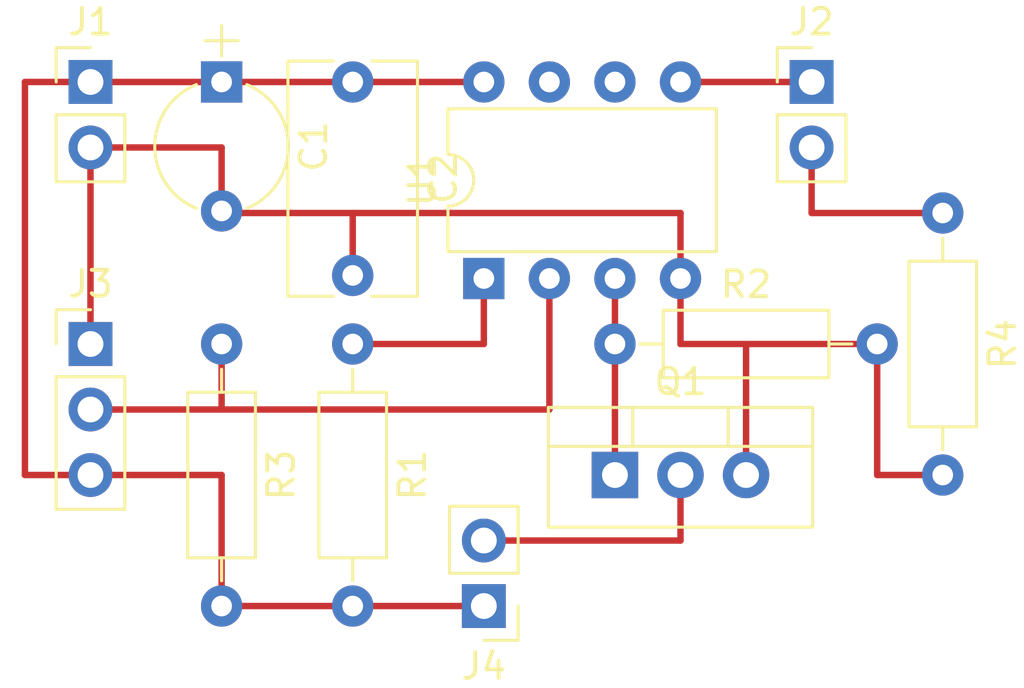
<source format=kicad_pcb>
(kicad_pcb (version 4) (host pcbnew 4.0.6)

  (general
    (links 22)
    (no_connects 0)
    (area 120.879048 90.675 160.865 117.705)
    (thickness 1.6)
    (drawings 0)
    (tracks 37)
    (zones 0)
    (modules 12)
    (nets 11)
  )

  (page USLetter)
  (layers
    (0 F.Cu signal)
    (31 B.Cu signal)
    (32 B.Adhes user)
    (33 F.Adhes user)
    (34 B.Paste user)
    (35 F.Paste user)
    (36 B.SilkS user)
    (37 F.SilkS user)
    (38 B.Mask user)
    (39 F.Mask user)
    (40 Dwgs.User user)
    (41 Cmts.User user)
    (42 Eco1.User user)
    (43 Eco2.User user)
    (44 Edge.Cuts user)
    (45 Margin user)
    (46 B.CrtYd user)
    (47 F.CrtYd user)
    (48 B.Fab user)
    (49 F.Fab user)
  )

  (setup
    (last_trace_width 0.25)
    (trace_clearance 0.2)
    (zone_clearance 0.508)
    (zone_45_only no)
    (trace_min 0.2)
    (segment_width 0.2)
    (edge_width 0.1)
    (via_size 0.6)
    (via_drill 0.4)
    (via_min_size 0.4)
    (via_min_drill 0.3)
    (uvia_size 0.3)
    (uvia_drill 0.1)
    (uvias_allowed no)
    (uvia_min_size 0.2)
    (uvia_min_drill 0.1)
    (pcb_text_width 0.3)
    (pcb_text_size 1.5 1.5)
    (mod_edge_width 0.15)
    (mod_text_size 1 1)
    (mod_text_width 0.15)
    (pad_size 1.5 1.5)
    (pad_drill 0.6)
    (pad_to_mask_clearance 0)
    (aux_axis_origin 0 0)
    (visible_elements FFFFFF7F)
    (pcbplotparams
      (layerselection 0x00030_80000001)
      (usegerberextensions false)
      (excludeedgelayer true)
      (linewidth 0.100000)
      (plotframeref false)
      (viasonmask false)
      (mode 1)
      (useauxorigin false)
      (hpglpennumber 1)
      (hpglpenspeed 20)
      (hpglpendiameter 15)
      (hpglpenoverlay 2)
      (psnegative false)
      (psa4output false)
      (plotreference true)
      (plotvalue true)
      (plotinvisibletext false)
      (padsonsilk false)
      (subtractmaskfromsilk false)
      (outputformat 5)
      (mirror false)
      (drillshape 0)
      (scaleselection 1)
      (outputdirectory ""))
  )

  (net 0 "")
  (net 1 /VCC)
  (net 2 GND)
  (net 3 "Net-(J2-Pad1)")
  (net 4 "Net-(J2-Pad2)")
  (net 5 "Net-(J3-Pad2)")
  (net 6 "Net-(J4-Pad2)")
  (net 7 "Net-(Q1-Pad1)")
  (net 8 "Net-(R1-Pad1)")
  (net 9 "Net-(U1-Pad6)")
  (net 10 "Net-(U1-Pad7)")

  (net_class Default "This is the default net class."
    (clearance 0.2)
    (trace_width 0.25)
    (via_dia 0.6)
    (via_drill 0.4)
    (uvia_dia 0.3)
    (uvia_drill 0.1)
    (add_net /VCC)
    (add_net GND)
    (add_net "Net-(J2-Pad1)")
    (add_net "Net-(J2-Pad2)")
    (add_net "Net-(J3-Pad2)")
    (add_net "Net-(J4-Pad2)")
    (add_net "Net-(Q1-Pad1)")
    (add_net "Net-(R1-Pad1)")
    (add_net "Net-(U1-Pad6)")
    (add_net "Net-(U1-Pad7)")
  )

  (module Capacitors_THT:CP_Radial_Tantal_D5.0mm_P5.00mm (layer F.Cu) (tedit 5920C257) (tstamp 5923B5AD)
    (at 129.54 93.98 270)
    (descr "CP, Radial_Tantal series, Radial, pin pitch=5.00mm, , diameter=5.0mm, Tantal Electrolytic Capacitor, http://cdn-reichelt.de/documents/datenblatt/B300/TANTAL-TB-Serie%23.pdf")
    (tags "CP Radial_Tantal series Radial pin pitch 5.00mm  diameter 5.0mm Tantal Electrolytic Capacitor")
    (path /592301F6)
    (fp_text reference C1 (at 2.5 -3.56 270) (layer F.SilkS)
      (effects (font (size 1 1) (thickness 0.15)))
    )
    (fp_text value 1uF (at 2.5 3.56 270) (layer F.Fab)
      (effects (font (size 1 1) (thickness 0.15)))
    )
    (fp_text user %R (at 1.4 0 270) (layer F.Fab)
      (effects (font (size 1 1) (thickness 0.15)))
    )
    (fp_line (start -2.2 0) (end -1 0) (layer F.Fab) (width 0.1))
    (fp_line (start -1.6 -0.65) (end -1.6 0.65) (layer F.Fab) (width 0.1))
    (fp_line (start -2.2 0) (end -1 0) (layer F.SilkS) (width 0.12))
    (fp_line (start -1.6 -0.65) (end -1.6 0.65) (layer F.SilkS) (width 0.12))
    (fp_line (start -1.05 -2.85) (end -1.05 2.85) (layer F.CrtYd) (width 0.05))
    (fp_line (start -1.05 2.85) (end 6.05 2.85) (layer F.CrtYd) (width 0.05))
    (fp_line (start 6.05 2.85) (end 6.05 -2.85) (layer F.CrtYd) (width 0.05))
    (fp_line (start 6.05 -2.85) (end -1.05 -2.85) (layer F.CrtYd) (width 0.05))
    (fp_circle (center 2.5 0) (end 5 0) (layer F.Fab) (width 0.1))
    (fp_arc (start 2.5 0) (end 0.102564 -0.98) (angle 135.5) (layer F.SilkS) (width 0.12))
    (fp_arc (start 2.5 0) (end 0.102564 0.98) (angle -135.5) (layer F.SilkS) (width 0.12))
    (pad 1 thru_hole rect (at 0 0 270) (size 1.6 1.6) (drill 0.8) (layers *.Cu *.Mask)
      (net 1 /VCC))
    (pad 2 thru_hole circle (at 5 0 270) (size 1.6 1.6) (drill 0.8) (layers *.Cu *.Mask)
      (net 2 GND))
    (model ${KISYS3DMOD}/Capacitors_THT.3dshapes/CP_Radial_Tantal_D5.0mm_P5.00mm.wrl
      (at (xyz 0 0 0))
      (scale (xyz 0.393701 0.393701 0.393701))
      (rotate (xyz 0 0 0))
    )
  )

  (module Capacitors_THT:C_Rect_L9.0mm_W4.9mm_P7.50mm_MKT (layer F.Cu) (tedit 5920C257) (tstamp 5923B5B3)
    (at 134.62 93.98 270)
    (descr "C, Rect series, Radial, pin pitch=7.50mm, , length*width=9*4.9mm^2, Capacitor, https://en.tdk.eu/inf/20/20/db/fc_2009/MKT_B32560_564.pdf")
    (tags "C Rect series Radial pin pitch 7.50mm  length 9mm width 4.9mm Capacitor")
    (path /592301B1)
    (fp_text reference C2 (at 3.75 -3.51 270) (layer F.SilkS)
      (effects (font (size 1 1) (thickness 0.15)))
    )
    (fp_text value 0.1uF (at 3.75 3.51 270) (layer F.Fab)
      (effects (font (size 1 1) (thickness 0.15)))
    )
    (fp_text user %R (at 3.75 0 270) (layer F.Fab)
      (effects (font (size 1 1) (thickness 0.15)))
    )
    (fp_line (start -0.75 -2.45) (end -0.75 2.45) (layer F.Fab) (width 0.1))
    (fp_line (start -0.75 2.45) (end 8.25 2.45) (layer F.Fab) (width 0.1))
    (fp_line (start 8.25 2.45) (end 8.25 -2.45) (layer F.Fab) (width 0.1))
    (fp_line (start 8.25 -2.45) (end -0.75 -2.45) (layer F.Fab) (width 0.1))
    (fp_line (start -0.81 -2.51) (end 8.31 -2.51) (layer F.SilkS) (width 0.12))
    (fp_line (start -0.81 2.51) (end 8.31 2.51) (layer F.SilkS) (width 0.12))
    (fp_line (start -0.81 -2.51) (end -0.81 -0.75) (layer F.SilkS) (width 0.12))
    (fp_line (start -0.81 0.75) (end -0.81 2.51) (layer F.SilkS) (width 0.12))
    (fp_line (start 8.31 -2.51) (end 8.31 -0.75) (layer F.SilkS) (width 0.12))
    (fp_line (start 8.31 0.75) (end 8.31 2.51) (layer F.SilkS) (width 0.12))
    (fp_line (start -1.1 -2.8) (end -1.1 2.8) (layer F.CrtYd) (width 0.05))
    (fp_line (start -1.1 2.8) (end 8.6 2.8) (layer F.CrtYd) (width 0.05))
    (fp_line (start 8.6 2.8) (end 8.6 -2.8) (layer F.CrtYd) (width 0.05))
    (fp_line (start 8.6 -2.8) (end -1.1 -2.8) (layer F.CrtYd) (width 0.05))
    (pad 1 thru_hole circle (at 0 0 270) (size 1.6 1.6) (drill 0.8) (layers *.Cu *.Mask)
      (net 1 /VCC))
    (pad 2 thru_hole circle (at 7.5 0 270) (size 1.6 1.6) (drill 0.8) (layers *.Cu *.Mask)
      (net 2 GND))
    (model ${KISYS3DMOD}/Capacitors_THT.3dshapes/C_Rect_L9.0mm_W4.9mm_P7.50mm_MKT.wrl
      (at (xyz 0 0 0))
      (scale (xyz 0.393701 0.393701 0.393701))
      (rotate (xyz 0 0 0))
    )
  )

  (module Pin_Headers:Pin_Header_Straight_1x02_Pitch2.54mm (layer F.Cu) (tedit 58CD4EC1) (tstamp 5923B5B9)
    (at 124.46 93.98)
    (descr "Through hole straight pin header, 1x02, 2.54mm pitch, single row")
    (tags "Through hole pin header THT 1x02 2.54mm single row")
    (path /592292B1)
    (fp_text reference J1 (at 0 -2.33) (layer F.SilkS)
      (effects (font (size 1 1) (thickness 0.15)))
    )
    (fp_text value PWR (at 0 4.87) (layer F.Fab)
      (effects (font (size 1 1) (thickness 0.15)))
    )
    (fp_line (start -1.27 -1.27) (end -1.27 3.81) (layer F.Fab) (width 0.1))
    (fp_line (start -1.27 3.81) (end 1.27 3.81) (layer F.Fab) (width 0.1))
    (fp_line (start 1.27 3.81) (end 1.27 -1.27) (layer F.Fab) (width 0.1))
    (fp_line (start 1.27 -1.27) (end -1.27 -1.27) (layer F.Fab) (width 0.1))
    (fp_line (start -1.33 1.27) (end -1.33 3.87) (layer F.SilkS) (width 0.12))
    (fp_line (start -1.33 3.87) (end 1.33 3.87) (layer F.SilkS) (width 0.12))
    (fp_line (start 1.33 3.87) (end 1.33 1.27) (layer F.SilkS) (width 0.12))
    (fp_line (start 1.33 1.27) (end -1.33 1.27) (layer F.SilkS) (width 0.12))
    (fp_line (start -1.33 0) (end -1.33 -1.33) (layer F.SilkS) (width 0.12))
    (fp_line (start -1.33 -1.33) (end 0 -1.33) (layer F.SilkS) (width 0.12))
    (fp_line (start -1.8 -1.8) (end -1.8 4.35) (layer F.CrtYd) (width 0.05))
    (fp_line (start -1.8 4.35) (end 1.8 4.35) (layer F.CrtYd) (width 0.05))
    (fp_line (start 1.8 4.35) (end 1.8 -1.8) (layer F.CrtYd) (width 0.05))
    (fp_line (start 1.8 -1.8) (end -1.8 -1.8) (layer F.CrtYd) (width 0.05))
    (fp_text user %R (at 0 -2.33) (layer F.Fab)
      (effects (font (size 1 1) (thickness 0.15)))
    )
    (pad 1 thru_hole rect (at 0 0) (size 1.7 1.7) (drill 1) (layers *.Cu *.Mask)
      (net 1 /VCC))
    (pad 2 thru_hole oval (at 0 2.54) (size 1.7 1.7) (drill 1) (layers *.Cu *.Mask)
      (net 2 GND))
    (model ${KISYS3DMOD}/Pin_Headers.3dshapes/Pin_Header_Straight_1x02_Pitch2.54mm.wrl
      (at (xyz 0 -0.05 0))
      (scale (xyz 1 1 1))
      (rotate (xyz 0 0 90))
    )
  )

  (module Pin_Headers:Pin_Header_Straight_1x02_Pitch2.54mm (layer F.Cu) (tedit 58CD4EC1) (tstamp 5923B5BF)
    (at 152.4 93.98)
    (descr "Through hole straight pin header, 1x02, 2.54mm pitch, single row")
    (tags "Through hole pin header THT 1x02 2.54mm single row")
    (path /59229326)
    (fp_text reference J2 (at 0 -2.33) (layer F.SilkS)
      (effects (font (size 1 1) (thickness 0.15)))
    )
    (fp_text value LED (at 0 4.87) (layer F.Fab)
      (effects (font (size 1 1) (thickness 0.15)))
    )
    (fp_line (start -1.27 -1.27) (end -1.27 3.81) (layer F.Fab) (width 0.1))
    (fp_line (start -1.27 3.81) (end 1.27 3.81) (layer F.Fab) (width 0.1))
    (fp_line (start 1.27 3.81) (end 1.27 -1.27) (layer F.Fab) (width 0.1))
    (fp_line (start 1.27 -1.27) (end -1.27 -1.27) (layer F.Fab) (width 0.1))
    (fp_line (start -1.33 1.27) (end -1.33 3.87) (layer F.SilkS) (width 0.12))
    (fp_line (start -1.33 3.87) (end 1.33 3.87) (layer F.SilkS) (width 0.12))
    (fp_line (start 1.33 3.87) (end 1.33 1.27) (layer F.SilkS) (width 0.12))
    (fp_line (start 1.33 1.27) (end -1.33 1.27) (layer F.SilkS) (width 0.12))
    (fp_line (start -1.33 0) (end -1.33 -1.33) (layer F.SilkS) (width 0.12))
    (fp_line (start -1.33 -1.33) (end 0 -1.33) (layer F.SilkS) (width 0.12))
    (fp_line (start -1.8 -1.8) (end -1.8 4.35) (layer F.CrtYd) (width 0.05))
    (fp_line (start -1.8 4.35) (end 1.8 4.35) (layer F.CrtYd) (width 0.05))
    (fp_line (start 1.8 4.35) (end 1.8 -1.8) (layer F.CrtYd) (width 0.05))
    (fp_line (start 1.8 -1.8) (end -1.8 -1.8) (layer F.CrtYd) (width 0.05))
    (fp_text user %R (at 0 -2.33) (layer F.Fab)
      (effects (font (size 1 1) (thickness 0.15)))
    )
    (pad 1 thru_hole rect (at 0 0) (size 1.7 1.7) (drill 1) (layers *.Cu *.Mask)
      (net 3 "Net-(J2-Pad1)"))
    (pad 2 thru_hole oval (at 0 2.54) (size 1.7 1.7) (drill 1) (layers *.Cu *.Mask)
      (net 4 "Net-(J2-Pad2)"))
    (model ${KISYS3DMOD}/Pin_Headers.3dshapes/Pin_Header_Straight_1x02_Pitch2.54mm.wrl
      (at (xyz 0 -0.05 0))
      (scale (xyz 1 1 1))
      (rotate (xyz 0 0 90))
    )
  )

  (module Pin_Headers:Pin_Header_Straight_1x03_Pitch2.54mm (layer F.Cu) (tedit 58CD4EC1) (tstamp 5923B5C6)
    (at 124.46 104.14)
    (descr "Through hole straight pin header, 1x03, 2.54mm pitch, single row")
    (tags "Through hole pin header THT 1x03 2.54mm single row")
    (path /59229DFD)
    (fp_text reference J3 (at 0 -2.33) (layer F.SilkS)
      (effects (font (size 1 1) (thickness 0.15)))
    )
    (fp_text value DS18B20 (at 0 7.41) (layer F.Fab)
      (effects (font (size 1 1) (thickness 0.15)))
    )
    (fp_line (start -1.27 -1.27) (end -1.27 6.35) (layer F.Fab) (width 0.1))
    (fp_line (start -1.27 6.35) (end 1.27 6.35) (layer F.Fab) (width 0.1))
    (fp_line (start 1.27 6.35) (end 1.27 -1.27) (layer F.Fab) (width 0.1))
    (fp_line (start 1.27 -1.27) (end -1.27 -1.27) (layer F.Fab) (width 0.1))
    (fp_line (start -1.33 1.27) (end -1.33 6.41) (layer F.SilkS) (width 0.12))
    (fp_line (start -1.33 6.41) (end 1.33 6.41) (layer F.SilkS) (width 0.12))
    (fp_line (start 1.33 6.41) (end 1.33 1.27) (layer F.SilkS) (width 0.12))
    (fp_line (start 1.33 1.27) (end -1.33 1.27) (layer F.SilkS) (width 0.12))
    (fp_line (start -1.33 0) (end -1.33 -1.33) (layer F.SilkS) (width 0.12))
    (fp_line (start -1.33 -1.33) (end 0 -1.33) (layer F.SilkS) (width 0.12))
    (fp_line (start -1.8 -1.8) (end -1.8 6.85) (layer F.CrtYd) (width 0.05))
    (fp_line (start -1.8 6.85) (end 1.8 6.85) (layer F.CrtYd) (width 0.05))
    (fp_line (start 1.8 6.85) (end 1.8 -1.8) (layer F.CrtYd) (width 0.05))
    (fp_line (start 1.8 -1.8) (end -1.8 -1.8) (layer F.CrtYd) (width 0.05))
    (fp_text user %R (at 0 -2.33) (layer F.Fab)
      (effects (font (size 1 1) (thickness 0.15)))
    )
    (pad 1 thru_hole rect (at 0 0) (size 1.7 1.7) (drill 1) (layers *.Cu *.Mask)
      (net 2 GND))
    (pad 2 thru_hole oval (at 0 2.54) (size 1.7 1.7) (drill 1) (layers *.Cu *.Mask)
      (net 5 "Net-(J3-Pad2)"))
    (pad 3 thru_hole oval (at 0 5.08) (size 1.7 1.7) (drill 1) (layers *.Cu *.Mask)
      (net 1 /VCC))
    (model ${KISYS3DMOD}/Pin_Headers.3dshapes/Pin_Header_Straight_1x03_Pitch2.54mm.wrl
      (at (xyz 0 -0.1 0))
      (scale (xyz 1 1 1))
      (rotate (xyz 0 0 90))
    )
  )

  (module Pin_Headers:Pin_Header_Straight_1x02_Pitch2.54mm (layer F.Cu) (tedit 58CD4EC1) (tstamp 5923B5CC)
    (at 139.7 114.3 180)
    (descr "Through hole straight pin header, 1x02, 2.54mm pitch, single row")
    (tags "Through hole pin header THT 1x02 2.54mm single row")
    (path /5922937D)
    (fp_text reference J4 (at 0 -2.33 180) (layer F.SilkS)
      (effects (font (size 1 1) (thickness 0.15)))
    )
    (fp_text value Fan (at 0 4.87 180) (layer F.Fab)
      (effects (font (size 1 1) (thickness 0.15)))
    )
    (fp_line (start -1.27 -1.27) (end -1.27 3.81) (layer F.Fab) (width 0.1))
    (fp_line (start -1.27 3.81) (end 1.27 3.81) (layer F.Fab) (width 0.1))
    (fp_line (start 1.27 3.81) (end 1.27 -1.27) (layer F.Fab) (width 0.1))
    (fp_line (start 1.27 -1.27) (end -1.27 -1.27) (layer F.Fab) (width 0.1))
    (fp_line (start -1.33 1.27) (end -1.33 3.87) (layer F.SilkS) (width 0.12))
    (fp_line (start -1.33 3.87) (end 1.33 3.87) (layer F.SilkS) (width 0.12))
    (fp_line (start 1.33 3.87) (end 1.33 1.27) (layer F.SilkS) (width 0.12))
    (fp_line (start 1.33 1.27) (end -1.33 1.27) (layer F.SilkS) (width 0.12))
    (fp_line (start -1.33 0) (end -1.33 -1.33) (layer F.SilkS) (width 0.12))
    (fp_line (start -1.33 -1.33) (end 0 -1.33) (layer F.SilkS) (width 0.12))
    (fp_line (start -1.8 -1.8) (end -1.8 4.35) (layer F.CrtYd) (width 0.05))
    (fp_line (start -1.8 4.35) (end 1.8 4.35) (layer F.CrtYd) (width 0.05))
    (fp_line (start 1.8 4.35) (end 1.8 -1.8) (layer F.CrtYd) (width 0.05))
    (fp_line (start 1.8 -1.8) (end -1.8 -1.8) (layer F.CrtYd) (width 0.05))
    (fp_text user %R (at 0 -2.33 180) (layer F.Fab)
      (effects (font (size 1 1) (thickness 0.15)))
    )
    (pad 1 thru_hole rect (at 0 0 180) (size 1.7 1.7) (drill 1) (layers *.Cu *.Mask)
      (net 1 /VCC))
    (pad 2 thru_hole oval (at 0 2.54 180) (size 1.7 1.7) (drill 1) (layers *.Cu *.Mask)
      (net 6 "Net-(J4-Pad2)"))
    (model ${KISYS3DMOD}/Pin_Headers.3dshapes/Pin_Header_Straight_1x02_Pitch2.54mm.wrl
      (at (xyz 0 -0.05 0))
      (scale (xyz 1 1 1))
      (rotate (xyz 0 0 90))
    )
  )

  (module TO_SOT_Packages_THT:TO-220_Vertical (layer F.Cu) (tedit 58CE52AD) (tstamp 5923B5D3)
    (at 144.78 109.22)
    (descr "TO-220, Vertical, RM 2.54mm")
    (tags "TO-220 Vertical RM 2.54mm")
    (path /5922B27D)
    (fp_text reference Q1 (at 2.54 -3.62) (layer F.SilkS)
      (effects (font (size 1 1) (thickness 0.15)))
    )
    (fp_text value IRL3103PBF (at 2.54 3.92) (layer F.Fab)
      (effects (font (size 1 1) (thickness 0.15)))
    )
    (fp_text user %R (at 2.54 -3.62) (layer F.Fab)
      (effects (font (size 1 1) (thickness 0.15)))
    )
    (fp_line (start -2.46 -2.5) (end -2.46 1.9) (layer F.Fab) (width 0.1))
    (fp_line (start -2.46 1.9) (end 7.54 1.9) (layer F.Fab) (width 0.1))
    (fp_line (start 7.54 1.9) (end 7.54 -2.5) (layer F.Fab) (width 0.1))
    (fp_line (start 7.54 -2.5) (end -2.46 -2.5) (layer F.Fab) (width 0.1))
    (fp_line (start -2.46 -1.23) (end 7.54 -1.23) (layer F.Fab) (width 0.1))
    (fp_line (start 0.69 -2.5) (end 0.69 -1.23) (layer F.Fab) (width 0.1))
    (fp_line (start 4.39 -2.5) (end 4.39 -1.23) (layer F.Fab) (width 0.1))
    (fp_line (start -2.58 -2.62) (end 7.66 -2.62) (layer F.SilkS) (width 0.12))
    (fp_line (start -2.58 2.021) (end 7.66 2.021) (layer F.SilkS) (width 0.12))
    (fp_line (start -2.58 -2.62) (end -2.58 2.021) (layer F.SilkS) (width 0.12))
    (fp_line (start 7.66 -2.62) (end 7.66 2.021) (layer F.SilkS) (width 0.12))
    (fp_line (start -2.58 -1.11) (end 7.66 -1.11) (layer F.SilkS) (width 0.12))
    (fp_line (start 0.69 -2.62) (end 0.69 -1.11) (layer F.SilkS) (width 0.12))
    (fp_line (start 4.391 -2.62) (end 4.391 -1.11) (layer F.SilkS) (width 0.12))
    (fp_line (start -2.71 -2.75) (end -2.71 2.16) (layer F.CrtYd) (width 0.05))
    (fp_line (start -2.71 2.16) (end 7.79 2.16) (layer F.CrtYd) (width 0.05))
    (fp_line (start 7.79 2.16) (end 7.79 -2.75) (layer F.CrtYd) (width 0.05))
    (fp_line (start 7.79 -2.75) (end -2.71 -2.75) (layer F.CrtYd) (width 0.05))
    (pad 1 thru_hole rect (at 0 0) (size 1.8 1.8) (drill 1) (layers *.Cu *.Mask)
      (net 7 "Net-(Q1-Pad1)"))
    (pad 2 thru_hole oval (at 2.54 0) (size 1.8 1.8) (drill 1) (layers *.Cu *.Mask)
      (net 6 "Net-(J4-Pad2)"))
    (pad 3 thru_hole oval (at 5.08 0) (size 1.8 1.8) (drill 1) (layers *.Cu *.Mask)
      (net 2 GND))
    (model ${KISYS3DMOD}/TO_SOT_Packages_THT.3dshapes/TO-220_Vertical.wrl
      (at (xyz 0.1 0 0))
      (scale (xyz 0.393701 0.393701 0.393701))
      (rotate (xyz 0 0 0))
    )
  )

  (module Resistors_THT:R_Axial_DIN0207_L6.3mm_D2.5mm_P10.16mm_Horizontal (layer F.Cu) (tedit 5874F706) (tstamp 5923B5D9)
    (at 134.62 104.14 270)
    (descr "Resistor, Axial_DIN0207 series, Axial, Horizontal, pin pitch=10.16mm, 0.25W = 1/4W, length*diameter=6.3*2.5mm^2, http://cdn-reichelt.de/documents/datenblatt/B400/1_4W%23YAG.pdf")
    (tags "Resistor Axial_DIN0207 series Axial Horizontal pin pitch 10.16mm 0.25W = 1/4W length 6.3mm diameter 2.5mm")
    (path /5922A6DB)
    (fp_text reference R1 (at 5.08 -2.31 270) (layer F.SilkS)
      (effects (font (size 1 1) (thickness 0.15)))
    )
    (fp_text value 10K (at 5.08 2.31 270) (layer F.Fab)
      (effects (font (size 1 1) (thickness 0.15)))
    )
    (fp_line (start 1.93 -1.25) (end 1.93 1.25) (layer F.Fab) (width 0.1))
    (fp_line (start 1.93 1.25) (end 8.23 1.25) (layer F.Fab) (width 0.1))
    (fp_line (start 8.23 1.25) (end 8.23 -1.25) (layer F.Fab) (width 0.1))
    (fp_line (start 8.23 -1.25) (end 1.93 -1.25) (layer F.Fab) (width 0.1))
    (fp_line (start 0 0) (end 1.93 0) (layer F.Fab) (width 0.1))
    (fp_line (start 10.16 0) (end 8.23 0) (layer F.Fab) (width 0.1))
    (fp_line (start 1.87 -1.31) (end 1.87 1.31) (layer F.SilkS) (width 0.12))
    (fp_line (start 1.87 1.31) (end 8.29 1.31) (layer F.SilkS) (width 0.12))
    (fp_line (start 8.29 1.31) (end 8.29 -1.31) (layer F.SilkS) (width 0.12))
    (fp_line (start 8.29 -1.31) (end 1.87 -1.31) (layer F.SilkS) (width 0.12))
    (fp_line (start 0.98 0) (end 1.87 0) (layer F.SilkS) (width 0.12))
    (fp_line (start 9.18 0) (end 8.29 0) (layer F.SilkS) (width 0.12))
    (fp_line (start -1.05 -1.6) (end -1.05 1.6) (layer F.CrtYd) (width 0.05))
    (fp_line (start -1.05 1.6) (end 11.25 1.6) (layer F.CrtYd) (width 0.05))
    (fp_line (start 11.25 1.6) (end 11.25 -1.6) (layer F.CrtYd) (width 0.05))
    (fp_line (start 11.25 -1.6) (end -1.05 -1.6) (layer F.CrtYd) (width 0.05))
    (pad 1 thru_hole circle (at 0 0 270) (size 1.6 1.6) (drill 0.8) (layers *.Cu *.Mask)
      (net 8 "Net-(R1-Pad1)"))
    (pad 2 thru_hole oval (at 10.16 0 270) (size 1.6 1.6) (drill 0.8) (layers *.Cu *.Mask)
      (net 1 /VCC))
    (model Resistors_THT.3dshapes/R_Axial_DIN0207_L6.3mm_D2.5mm_P10.16mm_Horizontal.wrl
      (at (xyz 0 0 0))
      (scale (xyz 0.393701 0.393701 0.393701))
      (rotate (xyz 0 0 0))
    )
  )

  (module Resistors_THT:R_Axial_DIN0207_L6.3mm_D2.5mm_P10.16mm_Horizontal (layer F.Cu) (tedit 5874F706) (tstamp 5923B5DF)
    (at 144.78 104.14)
    (descr "Resistor, Axial_DIN0207 series, Axial, Horizontal, pin pitch=10.16mm, 0.25W = 1/4W, length*diameter=6.3*2.5mm^2, http://cdn-reichelt.de/documents/datenblatt/B400/1_4W%23YAG.pdf")
    (tags "Resistor Axial_DIN0207 series Axial Horizontal pin pitch 10.16mm 0.25W = 1/4W length 6.3mm diameter 2.5mm")
    (path /5922A762)
    (fp_text reference R2 (at 5.08 -2.31) (layer F.SilkS)
      (effects (font (size 1 1) (thickness 0.15)))
    )
    (fp_text value 10K (at 5.08 2.31) (layer F.Fab)
      (effects (font (size 1 1) (thickness 0.15)))
    )
    (fp_line (start 1.93 -1.25) (end 1.93 1.25) (layer F.Fab) (width 0.1))
    (fp_line (start 1.93 1.25) (end 8.23 1.25) (layer F.Fab) (width 0.1))
    (fp_line (start 8.23 1.25) (end 8.23 -1.25) (layer F.Fab) (width 0.1))
    (fp_line (start 8.23 -1.25) (end 1.93 -1.25) (layer F.Fab) (width 0.1))
    (fp_line (start 0 0) (end 1.93 0) (layer F.Fab) (width 0.1))
    (fp_line (start 10.16 0) (end 8.23 0) (layer F.Fab) (width 0.1))
    (fp_line (start 1.87 -1.31) (end 1.87 1.31) (layer F.SilkS) (width 0.12))
    (fp_line (start 1.87 1.31) (end 8.29 1.31) (layer F.SilkS) (width 0.12))
    (fp_line (start 8.29 1.31) (end 8.29 -1.31) (layer F.SilkS) (width 0.12))
    (fp_line (start 8.29 -1.31) (end 1.87 -1.31) (layer F.SilkS) (width 0.12))
    (fp_line (start 0.98 0) (end 1.87 0) (layer F.SilkS) (width 0.12))
    (fp_line (start 9.18 0) (end 8.29 0) (layer F.SilkS) (width 0.12))
    (fp_line (start -1.05 -1.6) (end -1.05 1.6) (layer F.CrtYd) (width 0.05))
    (fp_line (start -1.05 1.6) (end 11.25 1.6) (layer F.CrtYd) (width 0.05))
    (fp_line (start 11.25 1.6) (end 11.25 -1.6) (layer F.CrtYd) (width 0.05))
    (fp_line (start 11.25 -1.6) (end -1.05 -1.6) (layer F.CrtYd) (width 0.05))
    (pad 1 thru_hole circle (at 0 0) (size 1.6 1.6) (drill 0.8) (layers *.Cu *.Mask)
      (net 7 "Net-(Q1-Pad1)"))
    (pad 2 thru_hole oval (at 10.16 0) (size 1.6 1.6) (drill 0.8) (layers *.Cu *.Mask)
      (net 2 GND))
    (model Resistors_THT.3dshapes/R_Axial_DIN0207_L6.3mm_D2.5mm_P10.16mm_Horizontal.wrl
      (at (xyz 0 0 0))
      (scale (xyz 0.393701 0.393701 0.393701))
      (rotate (xyz 0 0 0))
    )
  )

  (module Resistors_THT:R_Axial_DIN0207_L6.3mm_D2.5mm_P10.16mm_Horizontal (layer F.Cu) (tedit 5874F706) (tstamp 5923B5E5)
    (at 129.54 104.14 270)
    (descr "Resistor, Axial_DIN0207 series, Axial, Horizontal, pin pitch=10.16mm, 0.25W = 1/4W, length*diameter=6.3*2.5mm^2, http://cdn-reichelt.de/documents/datenblatt/B400/1_4W%23YAG.pdf")
    (tags "Resistor Axial_DIN0207 series Axial Horizontal pin pitch 10.16mm 0.25W = 1/4W length 6.3mm diameter 2.5mm")
    (path /5922A642)
    (fp_text reference R3 (at 5.08 -2.31 270) (layer F.SilkS)
      (effects (font (size 1 1) (thickness 0.15)))
    )
    (fp_text value 4K7 (at 5.08 2.31 270) (layer F.Fab)
      (effects (font (size 1 1) (thickness 0.15)))
    )
    (fp_line (start 1.93 -1.25) (end 1.93 1.25) (layer F.Fab) (width 0.1))
    (fp_line (start 1.93 1.25) (end 8.23 1.25) (layer F.Fab) (width 0.1))
    (fp_line (start 8.23 1.25) (end 8.23 -1.25) (layer F.Fab) (width 0.1))
    (fp_line (start 8.23 -1.25) (end 1.93 -1.25) (layer F.Fab) (width 0.1))
    (fp_line (start 0 0) (end 1.93 0) (layer F.Fab) (width 0.1))
    (fp_line (start 10.16 0) (end 8.23 0) (layer F.Fab) (width 0.1))
    (fp_line (start 1.87 -1.31) (end 1.87 1.31) (layer F.SilkS) (width 0.12))
    (fp_line (start 1.87 1.31) (end 8.29 1.31) (layer F.SilkS) (width 0.12))
    (fp_line (start 8.29 1.31) (end 8.29 -1.31) (layer F.SilkS) (width 0.12))
    (fp_line (start 8.29 -1.31) (end 1.87 -1.31) (layer F.SilkS) (width 0.12))
    (fp_line (start 0.98 0) (end 1.87 0) (layer F.SilkS) (width 0.12))
    (fp_line (start 9.18 0) (end 8.29 0) (layer F.SilkS) (width 0.12))
    (fp_line (start -1.05 -1.6) (end -1.05 1.6) (layer F.CrtYd) (width 0.05))
    (fp_line (start -1.05 1.6) (end 11.25 1.6) (layer F.CrtYd) (width 0.05))
    (fp_line (start 11.25 1.6) (end 11.25 -1.6) (layer F.CrtYd) (width 0.05))
    (fp_line (start 11.25 -1.6) (end -1.05 -1.6) (layer F.CrtYd) (width 0.05))
    (pad 1 thru_hole circle (at 0 0 270) (size 1.6 1.6) (drill 0.8) (layers *.Cu *.Mask)
      (net 5 "Net-(J3-Pad2)"))
    (pad 2 thru_hole oval (at 10.16 0 270) (size 1.6 1.6) (drill 0.8) (layers *.Cu *.Mask)
      (net 1 /VCC))
    (model Resistors_THT.3dshapes/R_Axial_DIN0207_L6.3mm_D2.5mm_P10.16mm_Horizontal.wrl
      (at (xyz 0 0 0))
      (scale (xyz 0.393701 0.393701 0.393701))
      (rotate (xyz 0 0 0))
    )
  )

  (module Resistors_THT:R_Axial_DIN0207_L6.3mm_D2.5mm_P10.16mm_Horizontal (layer F.Cu) (tedit 5874F706) (tstamp 5923B5EB)
    (at 157.48 99.06 270)
    (descr "Resistor, Axial_DIN0207 series, Axial, Horizontal, pin pitch=10.16mm, 0.25W = 1/4W, length*diameter=6.3*2.5mm^2, http://cdn-reichelt.de/documents/datenblatt/B400/1_4W%23YAG.pdf")
    (tags "Resistor Axial_DIN0207 series Axial Horizontal pin pitch 10.16mm 0.25W = 1/4W length 6.3mm diameter 2.5mm")
    (path /5922EDAA)
    (fp_text reference R4 (at 5.08 -2.31 270) (layer F.SilkS)
      (effects (font (size 1 1) (thickness 0.15)))
    )
    (fp_text value 270 (at 5.08 2.31 270) (layer F.Fab)
      (effects (font (size 1 1) (thickness 0.15)))
    )
    (fp_line (start 1.93 -1.25) (end 1.93 1.25) (layer F.Fab) (width 0.1))
    (fp_line (start 1.93 1.25) (end 8.23 1.25) (layer F.Fab) (width 0.1))
    (fp_line (start 8.23 1.25) (end 8.23 -1.25) (layer F.Fab) (width 0.1))
    (fp_line (start 8.23 -1.25) (end 1.93 -1.25) (layer F.Fab) (width 0.1))
    (fp_line (start 0 0) (end 1.93 0) (layer F.Fab) (width 0.1))
    (fp_line (start 10.16 0) (end 8.23 0) (layer F.Fab) (width 0.1))
    (fp_line (start 1.87 -1.31) (end 1.87 1.31) (layer F.SilkS) (width 0.12))
    (fp_line (start 1.87 1.31) (end 8.29 1.31) (layer F.SilkS) (width 0.12))
    (fp_line (start 8.29 1.31) (end 8.29 -1.31) (layer F.SilkS) (width 0.12))
    (fp_line (start 8.29 -1.31) (end 1.87 -1.31) (layer F.SilkS) (width 0.12))
    (fp_line (start 0.98 0) (end 1.87 0) (layer F.SilkS) (width 0.12))
    (fp_line (start 9.18 0) (end 8.29 0) (layer F.SilkS) (width 0.12))
    (fp_line (start -1.05 -1.6) (end -1.05 1.6) (layer F.CrtYd) (width 0.05))
    (fp_line (start -1.05 1.6) (end 11.25 1.6) (layer F.CrtYd) (width 0.05))
    (fp_line (start 11.25 1.6) (end 11.25 -1.6) (layer F.CrtYd) (width 0.05))
    (fp_line (start 11.25 -1.6) (end -1.05 -1.6) (layer F.CrtYd) (width 0.05))
    (pad 1 thru_hole circle (at 0 0 270) (size 1.6 1.6) (drill 0.8) (layers *.Cu *.Mask)
      (net 4 "Net-(J2-Pad2)"))
    (pad 2 thru_hole oval (at 10.16 0 270) (size 1.6 1.6) (drill 0.8) (layers *.Cu *.Mask)
      (net 2 GND))
    (model Resistors_THT.3dshapes/R_Axial_DIN0207_L6.3mm_D2.5mm_P10.16mm_Horizontal.wrl
      (at (xyz 0 0 0))
      (scale (xyz 0.393701 0.393701 0.393701))
      (rotate (xyz 0 0 0))
    )
  )

  (module Housings_DIP:DIP-8_W7.62mm (layer F.Cu) (tedit 58CC8E33) (tstamp 5923B5F7)
    (at 139.7 101.6 90)
    (descr "8-lead dip package, row spacing 7.62 mm (300 mils)")
    (tags "DIL DIP PDIP 2.54mm 7.62mm 300mil")
    (path /59229143)
    (fp_text reference U1 (at 3.81 -2.39 90) (layer F.SilkS)
      (effects (font (size 1 1) (thickness 0.15)))
    )
    (fp_text value ATTINY85-20PU (at 3.81 10.01 90) (layer F.Fab)
      (effects (font (size 1 1) (thickness 0.15)))
    )
    (fp_text user %R (at 3.81 3.81 90) (layer F.Fab)
      (effects (font (size 1 1) (thickness 0.15)))
    )
    (fp_line (start 1.635 -1.27) (end 6.985 -1.27) (layer F.Fab) (width 0.1))
    (fp_line (start 6.985 -1.27) (end 6.985 8.89) (layer F.Fab) (width 0.1))
    (fp_line (start 6.985 8.89) (end 0.635 8.89) (layer F.Fab) (width 0.1))
    (fp_line (start 0.635 8.89) (end 0.635 -0.27) (layer F.Fab) (width 0.1))
    (fp_line (start 0.635 -0.27) (end 1.635 -1.27) (layer F.Fab) (width 0.1))
    (fp_line (start 2.81 -1.39) (end 1.04 -1.39) (layer F.SilkS) (width 0.12))
    (fp_line (start 1.04 -1.39) (end 1.04 9.01) (layer F.SilkS) (width 0.12))
    (fp_line (start 1.04 9.01) (end 6.58 9.01) (layer F.SilkS) (width 0.12))
    (fp_line (start 6.58 9.01) (end 6.58 -1.39) (layer F.SilkS) (width 0.12))
    (fp_line (start 6.58 -1.39) (end 4.81 -1.39) (layer F.SilkS) (width 0.12))
    (fp_line (start -1.1 -1.6) (end -1.1 9.2) (layer F.CrtYd) (width 0.05))
    (fp_line (start -1.1 9.2) (end 8.7 9.2) (layer F.CrtYd) (width 0.05))
    (fp_line (start 8.7 9.2) (end 8.7 -1.6) (layer F.CrtYd) (width 0.05))
    (fp_line (start 8.7 -1.6) (end -1.1 -1.6) (layer F.CrtYd) (width 0.05))
    (fp_arc (start 3.81 -1.39) (end 2.81 -1.39) (angle -180) (layer F.SilkS) (width 0.12))
    (pad 1 thru_hole rect (at 0 0 90) (size 1.6 1.6) (drill 0.8) (layers *.Cu *.Mask)
      (net 8 "Net-(R1-Pad1)"))
    (pad 5 thru_hole oval (at 7.62 7.62 90) (size 1.6 1.6) (drill 0.8) (layers *.Cu *.Mask)
      (net 3 "Net-(J2-Pad1)"))
    (pad 2 thru_hole oval (at 0 2.54 90) (size 1.6 1.6) (drill 0.8) (layers *.Cu *.Mask)
      (net 5 "Net-(J3-Pad2)"))
    (pad 6 thru_hole oval (at 7.62 5.08 90) (size 1.6 1.6) (drill 0.8) (layers *.Cu *.Mask)
      (net 9 "Net-(U1-Pad6)"))
    (pad 3 thru_hole oval (at 0 5.08 90) (size 1.6 1.6) (drill 0.8) (layers *.Cu *.Mask)
      (net 7 "Net-(Q1-Pad1)"))
    (pad 7 thru_hole oval (at 7.62 2.54 90) (size 1.6 1.6) (drill 0.8) (layers *.Cu *.Mask)
      (net 10 "Net-(U1-Pad7)"))
    (pad 4 thru_hole oval (at 0 7.62 90) (size 1.6 1.6) (drill 0.8) (layers *.Cu *.Mask)
      (net 2 GND))
    (pad 8 thru_hole oval (at 7.62 0 90) (size 1.6 1.6) (drill 0.8) (layers *.Cu *.Mask)
      (net 1 /VCC))
    (model ${KISYS3DMOD}/Housings_DIP.3dshapes/DIP-8_W7.62mm.wrl
      (at (xyz 0 0 0))
      (scale (xyz 1 1 1))
      (rotate (xyz 0 0 0))
    )
  )

  (segment (start 124.46 109.22) (end 129.54 109.22) (width 0.25) (layer F.Cu) (net 1))
  (segment (start 129.54 109.22) (end 129.54 114.3) (width 0.25) (layer F.Cu) (net 1) (tstamp 5923BC45))
  (segment (start 129.54 114.3) (end 134.62 114.3) (width 0.25) (layer F.Cu) (net 1) (tstamp 5923BC48))
  (segment (start 134.62 114.3) (end 139.7 114.3) (width 0.25) (layer F.Cu) (net 1) (tstamp 5923BC4A))
  (segment (start 124.46 93.98) (end 121.92 93.98) (width 0.25) (layer F.Cu) (net 1))
  (segment (start 121.92 109.22) (end 124.46 109.22) (width 0.25) (layer F.Cu) (net 1) (tstamp 5923BAA7))
  (segment (start 121.92 93.98) (end 121.92 109.22) (width 0.25) (layer F.Cu) (net 1) (tstamp 5923BA9E))
  (segment (start 124.46 93.98) (end 129.54 93.98) (width 0.25) (layer F.Cu) (net 1))
  (segment (start 129.54 93.98) (end 134.62 93.98) (width 0.25) (layer F.Cu) (net 1) (tstamp 5923B8B9))
  (segment (start 134.62 93.98) (end 139.7 93.98) (width 0.25) (layer F.Cu) (net 1) (tstamp 5923B8BB))
  (segment (start 157.48 109.22) (end 154.94 109.22) (width 0.25) (layer F.Cu) (net 2) (status 400000))
  (segment (start 154.94 109.22) (end 154.94 104.14) (width 0.25) (layer F.Cu) (net 2) (tstamp 5923BC63) (status 800000))
  (segment (start 154.94 104.14) (end 149.86 104.14) (width 0.25) (layer F.Cu) (net 2) (tstamp 5923BC64))
  (segment (start 149.86 109.22) (end 149.86 104.14) (width 0.25) (layer F.Cu) (net 2))
  (segment (start 147.32 104.14) (end 147.32 101.6) (width 0.25) (layer F.Cu) (net 2) (tstamp 5923BC5F))
  (segment (start 149.86 104.14) (end 147.32 104.14) (width 0.25) (layer F.Cu) (net 2) (tstamp 5923BC59))
  (segment (start 124.46 104.14) (end 124.46 96.52) (width 0.25) (layer F.Cu) (net 2))
  (segment (start 134.62 101.48) (end 134.62 99.06) (width 0.25) (layer F.Cu) (net 2))
  (segment (start 124.46 96.52) (end 129.54 96.52) (width 0.25) (layer F.Cu) (net 2))
  (segment (start 129.54 96.52) (end 129.54 98.98) (width 0.25) (layer F.Cu) (net 2) (tstamp 5923B89D))
  (segment (start 129.54 98.98) (end 129.62 99.06) (width 0.25) (layer F.Cu) (net 2) (tstamp 5923B8A2))
  (segment (start 129.62 99.06) (end 134.62 99.06) (width 0.25) (layer F.Cu) (net 2) (tstamp 5923B8A3))
  (segment (start 134.62 99.06) (end 147.32 99.06) (width 0.25) (layer F.Cu) (net 2) (tstamp 5923B8B5))
  (segment (start 147.32 99.06) (end 147.32 101.6) (width 0.25) (layer F.Cu) (net 2) (tstamp 5923B8A8))
  (segment (start 152.4 93.98) (end 147.32 93.98) (width 0.25) (layer F.Cu) (net 3))
  (segment (start 157.48 99.06) (end 152.4 99.06) (width 0.25) (layer F.Cu) (net 4) (status 400000))
  (segment (start 152.4 99.06) (end 152.4 96.52) (width 0.25) (layer F.Cu) (net 4))
  (segment (start 129.54 104.14) (end 129.54 106.68) (width 0.25) (layer F.Cu) (net 5))
  (segment (start 124.46 106.68) (end 129.54 106.68) (width 0.25) (layer F.Cu) (net 5))
  (segment (start 129.54 106.68) (end 142.24 106.68) (width 0.25) (layer F.Cu) (net 5) (tstamp 5923BC41))
  (segment (start 142.24 106.68) (end 142.24 101.6) (width 0.25) (layer F.Cu) (net 5) (tstamp 5923BC33))
  (segment (start 139.7 111.76) (end 147.32 111.76) (width 0.25) (layer F.Cu) (net 6))
  (segment (start 147.32 111.76) (end 147.32 109.22) (width 0.25) (layer F.Cu) (net 6) (tstamp 5923BC4F))
  (segment (start 144.78 109.22) (end 144.78 104.14) (width 0.25) (layer F.Cu) (net 7))
  (segment (start 144.78 104.14) (end 144.78 101.6) (width 0.25) (layer F.Cu) (net 7) (tstamp 5923BC54))
  (segment (start 134.62 104.14) (end 139.7 104.14) (width 0.25) (layer F.Cu) (net 8))
  (segment (start 139.7 104.14) (end 139.7 101.6) (width 0.25) (layer F.Cu) (net 8) (tstamp 5923BC2A))

)

</source>
